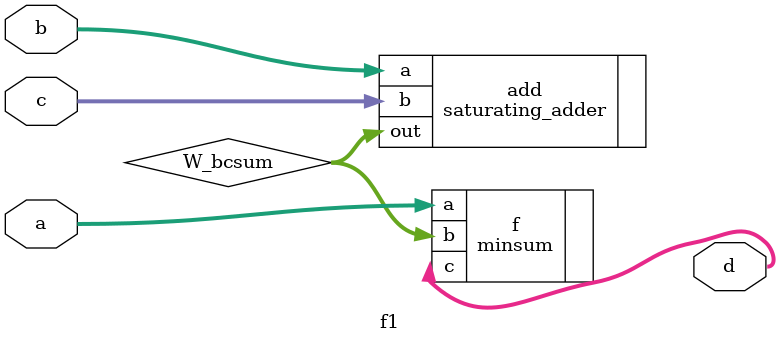
<source format=v>
`timescale 1ns / 1ps

module f1 #(parameter WIDTH = 6)(
    input [WIDTH-1:0]a,
    input [WIDTH-1:0]b,
    input [WIDTH-1:0]c,
    output [WIDTH-1:0]d
);

    localparam CEIL = {1'b0,{(WIDTH-1){1'b1}}};
	localparam FLOR = {1'b1,{(WIDTH-1){1'b0}}};
    wire [WIDTH-1:0] W_bcsum;

    saturating_adder #(.WIDTH(WIDTH)) add(.a(b),.b(c),.out(W_bcsum)); //sum
    minsum #(.WIDTH(WIDTH)) f(.a(a),.b(W_bcsum),.c(d)); //min
endmodule
</source>
